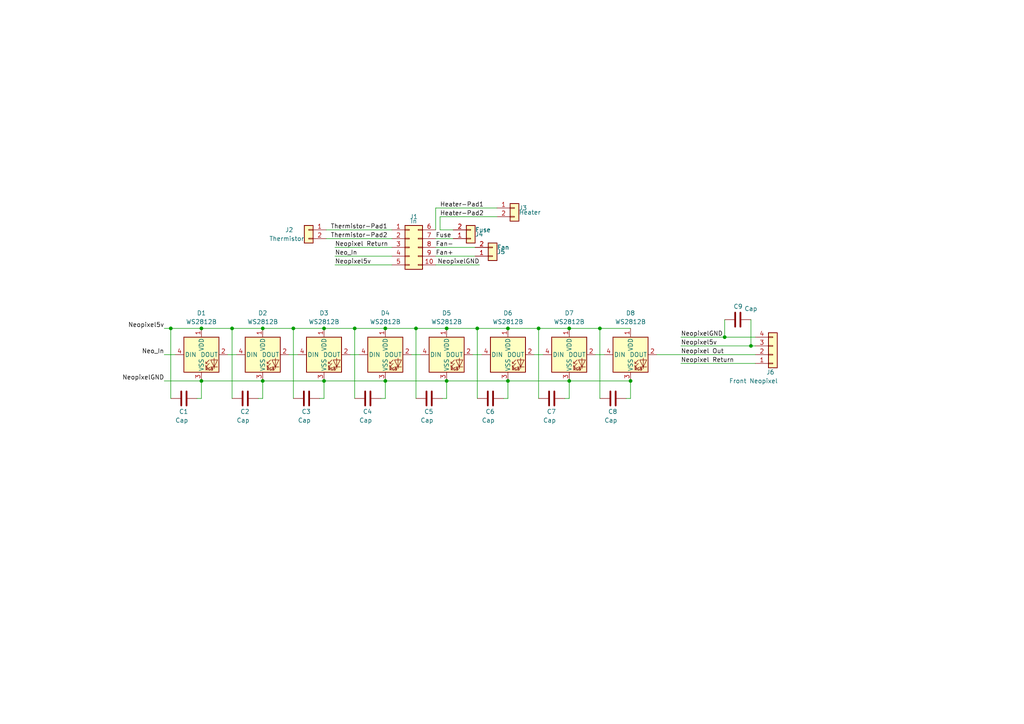
<source format=kicad_sch>
(kicad_sch (version 20230121) (generator eeschema)
  (paper "A4")
  (lib_symbols
    (symbol "Connector_Generic:Conn_01x02" (pin_names (offset 1.016) hide)
      (property "Reference" "J" (at 0 2.54 0))
      (property "Value" "Conn_01x02" (at 0 -5.08 0))
      (symbol "Conn_01x02_1_1"
        (rectangle (start -1.27 -2.413) (end 0 -2.667) (stroke (width 0.1524)))
        (rectangle (start -1.27 0.127) (end 0 -0.127) (stroke (width 0.1524)))
        (rectangle (start -1.27 1.27) (end 1.27 -3.81) (stroke (width 0.254)) (fill (type background)))
        (pin passive line (at -5.08 0 0) (length 3.81) (name "Pin_1") (number "1"))
        (pin passive line (at -5.08 -2.54 0) (length 3.81) (name "Pin_2") (number "2"))
      )
    )
    (symbol "Connector_Generic:Conn_01x04" (pin_names (offset 1.016) hide)
      (property "Reference" "J" (at 0 5.08 0))
      (property "Value" "Conn_01x04" (at 0 -7.62 0))
      (symbol "Conn_01x04_1_1"
        (rectangle (start -1.27 -4.953) (end 0 -5.207) (stroke (width 0.1524)))
        (rectangle (start -1.27 -2.413) (end 0 -2.667) (stroke (width 0.1524)))
        (rectangle (start -1.27 0.127) (end 0 -0.127) (stroke (width 0.1524)))
        (rectangle (start -1.27 2.667) (end 0 2.413) (stroke (width 0.1524)))
        (rectangle (start -1.27 3.81) (end 1.27 -6.35) (stroke (width 0.254)) (fill (type background)))
        (pin passive line (at -5.08 2.54 0) (length 3.81) (name "Pin_1") (number "1"))
        (pin passive line (at -5.08 0 0) (length 3.81) (name "Pin_2") (number "2"))
        (pin passive line (at -5.08 -2.54 0) (length 3.81) (name "Pin_3") (number "3"))
        (pin passive line (at -5.08 -5.08 0) (length 3.81) (name "Pin_4") (number "4"))
      )
    )
    (symbol "Connector_Generic:Conn_02x05_Top_Bottom" (pin_names (offset 1.016) hide)
      (property "Reference" "J" (at 1.27 7.62 0))
      (property "Value" "Conn_02x05_Top_Bottom" (at 1.27 -7.62 0))
      (symbol "Conn_02x05_Top_Bottom_1_1"
        (rectangle (start -1.27 -4.953) (end 0 -5.207) (stroke (width 0.1524)))
        (rectangle (start -1.27 -2.413) (end 0 -2.667) (stroke (width 0.1524)))
        (rectangle (start -1.27 0.127) (end 0 -0.127) (stroke (width 0.1524)))
        (rectangle (start -1.27 2.667) (end 0 2.413) (stroke (width 0.1524)))
        (rectangle (start -1.27 5.207) (end 0 4.953) (stroke (width 0.1524)))
        (rectangle (start -1.27 6.35) (end 3.81 -6.35) (stroke (width 0.254)) (fill (type background)))
        (rectangle (start 3.81 -4.953) (end 2.54 -5.207) (stroke (width 0.1524)))
        (rectangle (start 3.81 -2.413) (end 2.54 -2.667) (stroke (width 0.1524)))
        (rectangle (start 3.81 0.127) (end 2.54 -0.127) (stroke (width 0.1524)))
        (rectangle (start 3.81 2.667) (end 2.54 2.413) (stroke (width 0.1524)))
        (rectangle (start 3.81 5.207) (end 2.54 4.953) (stroke (width 0.1524)))
        (pin passive line (at -5.08 5.08 0) (length 3.81) (name "Pin_1") (number "1"))
        (pin passive line (at 7.62 -5.08 180) (length 3.81) (name "Pin_10") (number "10"))
        (pin passive line (at -5.08 2.54 0) (length 3.81) (name "Pin_2") (number "2"))
        (pin passive line (at -5.08 0 0) (length 3.81) (name "Pin_3") (number "3"))
        (pin passive line (at -5.08 -2.54 0) (length 3.81) (name "Pin_4") (number "4"))
        (pin passive line (at -5.08 -5.08 0) (length 3.81) (name "Pin_5") (number "5"))
        (pin passive line (at 7.62 5.08 180) (length 3.81) (name "Pin_6") (number "6"))
        (pin passive line (at 7.62 2.54 180) (length 3.81) (name "Pin_7") (number "7"))
        (pin passive line (at 7.62 0 180) (length 3.81) (name "Pin_8") (number "8"))
        (pin passive line (at 7.62 -2.54 180) (length 3.81) (name "Pin_9") (number "9"))
      )
    )
    (symbol "Device:C" (pin_numbers hide) (pin_names (offset 0.254))
      (property "Reference" "C" (at 0.635 2.54 0))
      (property "Value" "C" (at 0.635 -2.54 0))
      (symbol "C_0_1"
        (polyline (pts (xy -2.032 -0.762) (xy 2.032 -0.762)) (stroke (width 0.508)))
        (polyline (pts (xy -2.032 0.762) (xy 2.032 0.762)) (stroke (width 0.508)))
      )
      (symbol "C_1_1"
        (pin passive line (at 0 3.81 270) (length 2.794) (name "~") (number "1"))
        (pin passive line (at 0 -3.81 90) (length 2.794) (name "~") (number "2"))
      )
    )
    (symbol "LED:WS2812B" (pin_names (offset 0.254))
      (property "Reference" "D" (at 5.08 5.715 0))
      (property "Value" "WS2812B" (at 1.27 -5.715 0))
      (symbol "WS2812B_0_0"
        (text "RGB" (at 2.286 -4.191 0) (effects (font (size 0.762 0.762))))
      )
      (symbol "WS2812B_0_1"
        (polyline (pts (xy 1.27 -3.556) (xy 1.778 -3.556)))
        (polyline (pts (xy 1.27 -2.54) (xy 1.778 -2.54)))
        (polyline (pts (xy 4.699 -3.556) (xy 2.667 -3.556)))
        (polyline (pts (xy 2.286 -2.54) (xy 1.27 -3.556) (xy 1.27 -3.048)))
        (polyline (pts (xy 2.286 -1.524) (xy 1.27 -2.54) (xy 1.27 -2.032)))
        (polyline (pts (xy 3.683 -1.016) (xy 3.683 -3.556) (xy 3.683 -4.064)))
        (polyline (pts (xy 4.699 -1.524) (xy 2.667 -1.524) (xy 3.683 -3.556) (xy 4.699 -1.524)))
        (rectangle (start 5.08 5.08) (end -5.08 -5.08) (stroke (width 0.254)) (fill (type background)))
      )
      (symbol "WS2812B_1_1"
        (pin power_in line (at 0 7.62 270) (length 2.54) (name "VDD") (number "1"))
        (pin output line (at 7.62 0 180) (length 2.54) (name "DOUT") (number "2"))
        (pin power_in line (at 0 -7.62 90) (length 2.54) (name "VSS") (number "3"))
        (pin input line (at -7.62 0 0) (length 2.54) (name "DIN") (number "4"))
      )
    )
  )
  (junction (at 182.88 110.49))
  (junction (at 58.42 95.25))
  (junction (at 165.1 95.25))
  (junction (at 93.98 110.49))
  (junction (at 156.21 95.25))
  (junction (at 210.185 97.79))
  (junction (at 147.32 110.49))
  (junction (at 58.42 110.49))
  (junction (at 49.53 95.25))
  (junction (at 147.32 95.25))
  (junction (at 129.54 110.49))
  (junction (at 102.87 95.25))
  (junction (at 76.2 95.25))
  (junction (at 173.99 95.25))
  (junction (at 111.76 95.25))
  (junction (at 76.2 110.49))
  (junction (at 138.43 95.25))
  (junction (at 120.65 95.25))
  (junction (at 67.31 95.25))
  (junction (at 129.54 95.25))
  (junction (at 85.09 95.25))
  (junction (at 217.805 100.33))
  (junction (at 111.76 110.49))
  (junction (at 165.1 110.49))
  (junction (at 93.98 95.25))
  (wire (pts (xy 67.31 95.25) (xy 76.2 95.25)))
  (wire (pts (xy 127.635 62.865) (xy 144.145 62.865)))
  (wire (pts (xy 113.665 66.675) (xy 94.615 66.675)))
  (wire (pts (xy 102.87 95.25) (xy 111.76 95.25)))
  (wire (pts (xy 127.635 62.865) (xy 127.635 66.675)))
  (wire (pts (xy 93.98 115.57) (xy 92.71 115.57)))
  (wire (pts (xy 129.54 110.49) (xy 129.54 115.57)))
  (wire (pts (xy 147.32 110.49) (xy 165.1 110.49)))
  (wire (pts (xy 111.76 110.49) (xy 111.76 115.57)))
  (wire (pts (xy 85.09 95.25) (xy 85.09 115.57)))
  (wire (pts (xy 58.42 110.49) (xy 58.42 115.57)))
  (wire (pts (xy 47.625 102.87) (xy 50.8 102.87)))
  (wire (pts (xy 126.365 69.215) (xy 131.445 69.215)))
  (wire (pts (xy 120.65 95.25) (xy 120.65 115.57)))
  (wire (pts (xy 210.185 97.79) (xy 219.075 97.79)))
  (wire (pts (xy 111.76 95.25) (xy 120.65 95.25)))
  (wire (pts (xy 126.365 71.755) (xy 137.795 71.755)))
  (wire (pts (xy 156.21 95.25) (xy 156.21 115.57)))
  (wire (pts (xy 147.32 95.25) (xy 156.21 95.25)))
  (wire (pts (xy 138.43 95.25) (xy 138.43 115.57)))
  (wire (pts (xy 182.88 115.57) (xy 181.61 115.57)))
  (wire (pts (xy 94.615 69.215) (xy 113.665 69.215)))
  (wire (pts (xy 126.365 76.835) (xy 139.065 76.835)))
  (wire (pts (xy 165.1 110.49) (xy 182.88 110.49)))
  (wire (pts (xy 101.6 102.87) (xy 104.14 102.87)))
  (wire (pts (xy 217.805 100.33) (xy 219.075 100.33)))
  (wire (pts (xy 126.365 60.325) (xy 144.145 60.325)))
  (wire (pts (xy 182.88 110.49) (xy 182.88 115.57)))
  (wire (pts (xy 147.32 115.57) (xy 146.05 115.57)))
  (wire (pts (xy 93.98 95.25) (xy 102.87 95.25)))
  (wire (pts (xy 49.53 95.25) (xy 58.42 95.25)))
  (wire (pts (xy 129.54 115.57) (xy 128.27 115.57)))
  (wire (pts (xy 97.155 74.295) (xy 113.665 74.295)))
  (wire (pts (xy 83.82 102.87) (xy 86.36 102.87)))
  (wire (pts (xy 111.76 115.57) (xy 110.49 115.57)))
  (wire (pts (xy 197.485 97.79) (xy 210.185 97.79)))
  (wire (pts (xy 76.2 95.25) (xy 85.09 95.25)))
  (wire (pts (xy 102.87 95.25) (xy 102.87 115.57)))
  (wire (pts (xy 111.76 110.49) (xy 129.54 110.49)))
  (wire (pts (xy 165.1 115.57) (xy 163.83 115.57)))
  (wire (pts (xy 127.635 66.675) (xy 131.445 66.675)))
  (wire (pts (xy 76.2 110.49) (xy 93.98 110.49)))
  (wire (pts (xy 58.42 110.49) (xy 76.2 110.49)))
  (wire (pts (xy 49.53 115.57) (xy 49.53 95.25)))
  (wire (pts (xy 156.21 95.25) (xy 165.1 95.25)))
  (wire (pts (xy 76.2 115.57) (xy 74.93 115.57)))
  (wire (pts (xy 97.155 76.835) (xy 113.665 76.835)))
  (wire (pts (xy 58.42 95.25) (xy 67.31 95.25)))
  (wire (pts (xy 172.72 102.87) (xy 175.26 102.87)))
  (wire (pts (xy 126.365 74.295) (xy 137.795 74.295)))
  (wire (pts (xy 147.32 110.49) (xy 147.32 115.57)))
  (wire (pts (xy 137.16 102.87) (xy 139.7 102.87)))
  (wire (pts (xy 93.98 110.49) (xy 111.76 110.49)))
  (wire (pts (xy 173.99 95.25) (xy 173.99 115.57)))
  (wire (pts (xy 197.485 100.33) (xy 217.805 100.33)))
  (wire (pts (xy 47.625 95.25) (xy 49.53 95.25)))
  (wire (pts (xy 66.04 102.87) (xy 68.58 102.87)))
  (wire (pts (xy 210.185 92.71) (xy 210.185 97.79)))
  (wire (pts (xy 119.38 102.87) (xy 121.92 102.87)))
  (wire (pts (xy 173.99 95.25) (xy 182.88 95.25)))
  (wire (pts (xy 129.54 95.25) (xy 138.43 95.25)))
  (wire (pts (xy 76.2 110.49) (xy 76.2 115.57)))
  (wire (pts (xy 120.65 95.25) (xy 129.54 95.25)))
  (wire (pts (xy 126.365 60.325) (xy 126.365 66.675)))
  (wire (pts (xy 58.42 115.57) (xy 57.15 115.57)))
  (wire (pts (xy 47.625 110.49) (xy 58.42 110.49)))
  (wire (pts (xy 97.155 71.755) (xy 113.665 71.755)))
  (wire (pts (xy 138.43 95.25) (xy 147.32 95.25)))
  (wire (pts (xy 129.54 110.49) (xy 147.32 110.49)))
  (wire (pts (xy 85.09 95.25) (xy 93.98 95.25)))
  (wire (pts (xy 217.805 92.71) (xy 217.805 100.33)))
  (wire (pts (xy 190.5 102.87) (xy 219.075 102.87)))
  (wire (pts (xy 154.94 102.87) (xy 157.48 102.87)))
  (wire (pts (xy 165.1 95.25) (xy 173.99 95.25)))
  (wire (pts (xy 67.31 95.25) (xy 67.31 115.57)))
  (wire (pts (xy 197.485 105.41) (xy 219.075 105.41)))
  (wire (pts (xy 165.1 110.49) (xy 165.1 115.57)))
  (wire (pts (xy 93.98 110.49) (xy 93.98 115.57)))
  (label "Thermistor-Pad1" (at 95.885 66.675 0))
  (label "Neopixel Return" (at 97.155 71.755 0))
  (label "NeopixelGND" (at 197.485 97.79 0))
  (label "Fan+" (at 126.365 74.295 0))
  (label "Neopixel5v" (at 47.625 95.25 180))
  (label "Neopixel5v" (at 97.155 76.835 0))
  (label "Neopixel Return" (at 197.485 105.41 0))
  (label "Neo_In" (at 47.625 102.87 180))
  (label "Neo_In" (at 97.155 74.295 0))
  (label "Fan-" (at 126.365 71.755 0))
  (label "Neopixel Out" (at 197.485 102.87 0))
  (label "Heater-Pad1" (at 140.335 60.325 180))
  (label "NeopixelGND" (at 139.065 76.835 180))
  (label "Neopixel5v" (at 197.485 100.33 0))
  (label "NeopixelGND" (at 47.625 110.49 180))
  (label "Heater-Pad2" (at 140.335 62.865 180))
  (label "Fuse" (at 126.365 69.215 0))
  (label "Thermistor-Pad2" (at 95.885 69.215 0))
  (symbol (lib_id "Connector_Generic:Conn_01x02") (at 136.525 69.215 0) (mirror x) (unit 1)
    (property "Reference" "J4" (at 137.795 67.945 0) (effects (justify left)))
    (property "Value" "Fuse" (at 137.795 66.675 0) (effects (justify left)))
    (property "Footprint" "Connector_JST:JST_XH_B2B-XH-A_1x02_P2.50mm_Vertical" (effects hide))
  )
  (symbol (lib_id "LED:WS2812B") (at 58.42 102.87 0) (unit 1)
    (property "Reference" "D1" (at 58.42 90.805 0))
    (property "Value" "WS2812B" (at 58.42 93.345 0))
    (property "Footprint" "LED_SMD:LED_WS2812B_PLCC4_5.0x5.0mm_P3.2mm" (effects hide))
    (property "Datasheet" "https://cdn-shop.adafruit.com/datasheets/WS2812B.pdf" (effects hide))
  )
  (symbol (lib_id "LED:WS2812B") (at 147.32 102.87 0) (unit 1)
    (property "Reference" "D6" (at 147.32 90.805 0))
    (property "Value" "WS2812B" (at 147.32 93.345 0))
    (property "Footprint" "LED_SMD:LED_WS2812B_PLCC4_5.0x5.0mm_P3.2mm" (effects hide))
    (property "Datasheet" "https://cdn-shop.adafruit.com/datasheets/WS2812B.pdf" (effects hide))
  )
  (symbol (lib_id "Device:C") (at 88.9 115.57 90) (mirror x) (unit 1)
    (property "Reference" "C3" (at 90.17 119.38 90) (effects (justify left)))
    (property "Value" "Cap" (at 90.17 121.92 90) (effects (justify left)))
    (property "Footprint" "Capacitor_SMD:C_0805_2012Metric_Pad1.18x1.45mm_HandSolder" (effects hide))
  )
  (symbol (lib_id "Device:C") (at 53.34 115.57 90) (mirror x) (unit 1)
    (property "Reference" "C1" (at 54.61 119.38 90) (effects (justify left)))
    (property "Value" "Cap" (at 54.61 121.92 90) (effects (justify left)))
    (property "Footprint" "Capacitor_SMD:C_0805_2012Metric_Pad1.18x1.45mm_HandSolder" (effects hide))
  )
  (symbol (lib_id "Device:C") (at 106.68 115.57 90) (mirror x) (unit 1)
    (property "Reference" "C4" (at 107.95 119.38 90) (effects (justify left)))
    (property "Value" "Cap" (at 107.95 121.92 90) (effects (justify left)))
    (property "Footprint" "Capacitor_SMD:C_0805_2012Metric_Pad1.18x1.45mm_HandSolder" (effects hide))
  )
  (symbol (lib_id "Connector_Generic:Conn_01x02") (at 142.875 74.295 0) (mirror x) (unit 1)
    (property "Reference" "J5" (at 144.145 73.025 0) (effects (justify left)))
    (property "Value" "Fan" (at 144.145 71.755 0) (effects (justify left)))
    (property "Footprint" "Connector_JST:JST_XH_B2B-XH-A_1x02_P2.50mm_Vertical" (effects hide))
  )
  (symbol (lib_id "Device:C") (at 177.8 115.57 90) (mirror x) (unit 1)
    (property "Reference" "C8" (at 179.07 119.38 90) (effects (justify left)))
    (property "Value" "Cap" (at 179.07 121.92 90) (effects (justify left)))
    (property "Footprint" "Capacitor_SMD:C_0805_2012Metric_Pad1.18x1.45mm_HandSolder" (effects hide))
  )
  (symbol (lib_id "LED:WS2812B") (at 129.54 102.87 0) (unit 1)
    (property "Reference" "D5" (at 129.54 90.805 0))
    (property "Value" "WS2812B" (at 129.54 93.345 0))
    (property "Footprint" "LED_SMD:LED_WS2812B_PLCC4_5.0x5.0mm_P3.2mm" (effects hide))
    (property "Datasheet" "https://cdn-shop.adafruit.com/datasheets/WS2812B.pdf" (effects hide))
  )
  (symbol (lib_id "LED:WS2812B") (at 165.1 102.87 0) (unit 1)
    (property "Reference" "D7" (at 165.1 90.805 0))
    (property "Value" "WS2812B" (at 165.1 93.345 0))
    (property "Footprint" "LED_SMD:LED_WS2812B_PLCC4_5.0x5.0mm_P3.2mm" (effects hide))
    (property "Datasheet" "https://cdn-shop.adafruit.com/datasheets/WS2812B.pdf" (effects hide))
  )
  (symbol (lib_id "LED:WS2812B") (at 182.88 102.87 0) (unit 1)
    (property "Reference" "D8" (at 182.88 90.805 0))
    (property "Value" "WS2812B" (at 182.88 93.345 0))
    (property "Footprint" "LED_SMD:LED_WS2812B_PLCC4_5.0x5.0mm_P3.2mm" (effects hide))
    (property "Datasheet" "https://cdn-shop.adafruit.com/datasheets/WS2812B.pdf" (effects hide))
  )
  (symbol (lib_id "Connector_Generic:Conn_01x04") (at 224.155 102.87 0) (mirror x) (unit 1)
    (property "Reference" "J6" (at 222.25 107.95 0) (effects (justify left)))
    (property "Value" "Front Neopixel" (at 211.455 110.49 0) (effects (justify left)))
    (property "Footprint" "Connector_JST:JST_XH_B4B-XH-A_1x04_P2.50mm_Vertical" (effects hide))
  )
  (symbol (lib_id "Device:C") (at 142.24 115.57 90) (mirror x) (unit 1)
    (property "Reference" "C6" (at 143.51 119.38 90) (effects (justify left)))
    (property "Value" "Cap" (at 143.51 121.92 90) (effects (justify left)))
    (property "Footprint" "Capacitor_SMD:C_0805_2012Metric_Pad1.18x1.45mm_HandSolder" (effects hide))
  )
  (symbol (lib_id "Connector_Generic:Conn_01x02") (at 89.535 66.675 0) (mirror y) (unit 1)
    (property "Reference" "J2" (at 85.09 66.675 0) (effects (justify left)))
    (property "Value" "Thermistor" (at 88.265 69.215 0) (effects (justify left)))
    (property "Footprint" "Connector_JST:JST_XH_B2B-XH-A_1x02_P2.50mm_Vertical" (effects hide))
  )
  (symbol (lib_id "LED:WS2812B") (at 93.98 102.87 0) (unit 1)
    (property "Reference" "D3" (at 93.98 90.805 0))
    (property "Value" "WS2812B" (at 93.98 93.345 0))
    (property "Footprint" "LED_SMD:LED_WS2812B_PLCC4_5.0x5.0mm_P3.2mm" (effects hide))
    (property "Datasheet" "https://cdn-shop.adafruit.com/datasheets/WS2812B.pdf" (effects hide))
  )
  (symbol (lib_id "Device:C") (at 71.12 115.57 90) (mirror x) (unit 1)
    (property "Reference" "C2" (at 72.39 119.38 90) (effects (justify left)))
    (property "Value" "Cap" (at 72.39 121.92 90) (effects (justify left)))
    (property "Footprint" "Capacitor_SMD:C_0805_2012Metric_Pad1.18x1.45mm_HandSolder" (effects hide))
  )
  (symbol (lib_id "Device:C") (at 213.995 92.71 270) (mirror x) (unit 1)
    (property "Reference" "C9" (at 212.725 88.9 90) (effects (justify left)))
    (property "Value" "Cap" (at 215.9 89.535 90) (effects (justify left)))
    (property "Footprint" "Capacitor_SMD:C_0805_2012Metric_Pad1.18x1.45mm_HandSolder" (effects hide))
  )
  (symbol (lib_id "Connector_Generic:Conn_02x05_Top_Bottom") (at 118.745 71.755 0) (unit 1)
    (property "Reference" "J1" (at 120.015 62.865 0))
    (property "Value" "In" (at 120.015 64.135 0))
    (property "Footprint" "KiriPCB:Molex_Micro-Fit_3.0_43045-1000_2x05_P3.00mm_Horizontal" (effects hide))
  )
  (symbol (lib_id "Device:C") (at 160.02 115.57 90) (mirror x) (unit 1)
    (property "Reference" "C7" (at 161.29 119.38 90) (effects (justify left)))
    (property "Value" "Cap" (at 161.29 121.92 90) (effects (justify left)))
    (property "Footprint" "Capacitor_SMD:C_0805_2012Metric_Pad1.18x1.45mm_HandSolder" (effects hide))
  )
  (symbol (lib_id "Connector_Generic:Conn_01x02") (at 149.225 60.325 0) (unit 1)
    (property "Reference" "J3" (at 150.495 60.325 0) (effects (justify left)))
    (property "Value" "Heater" (at 150.495 61.595 0) (effects (justify left)))
    (property "Footprint" "KiriPCB:METZ CONNECT USA Inc. - TERM BLK 2P SIDE ENT 5.08MM PCB" (effects hide))
  )
  (symbol (lib_id "Device:C") (at 124.46 115.57 90) (mirror x) (unit 1)
    (property "Reference" "C5" (at 125.73 119.38 90) (effects (justify left)))
    (property "Value" "Cap" (at 125.73 121.92 90) (effects (justify left)))
    (property "Footprint" "Capacitor_SMD:C_0805_2012Metric_Pad1.18x1.45mm_HandSolder" (effects hide))
  )
  (symbol (lib_id "LED:WS2812B") (at 76.2 102.87 0) (unit 1)
    (property "Reference" "D2" (at 76.2 90.805 0))
    (property "Value" "WS2812B" (at 76.2 93.345 0))
    (property "Footprint" "LED_SMD:LED_WS2812B_PLCC4_5.0x5.0mm_P3.2mm" (effects hide))
    (property "Datasheet" "https://cdn-shop.adafruit.com/datasheets/WS2812B.pdf" (effects hide))
  )
  (symbol (lib_id "LED:WS2812B") (at 111.76 102.87 0) (unit 1)
    (property "Reference" "D4" (at 111.76 90.805 0))
    (property "Value" "WS2812B" (at 111.76 93.345 0))
    (property "Footprint" "LED_SMD:LED_WS2812B_PLCC4_5.0x5.0mm_P3.2mm" (effects hide))
    (property "Datasheet" "https://cdn-shop.adafruit.com/datasheets/WS2812B.pdf" (effects hide))
  )
)
</source>
